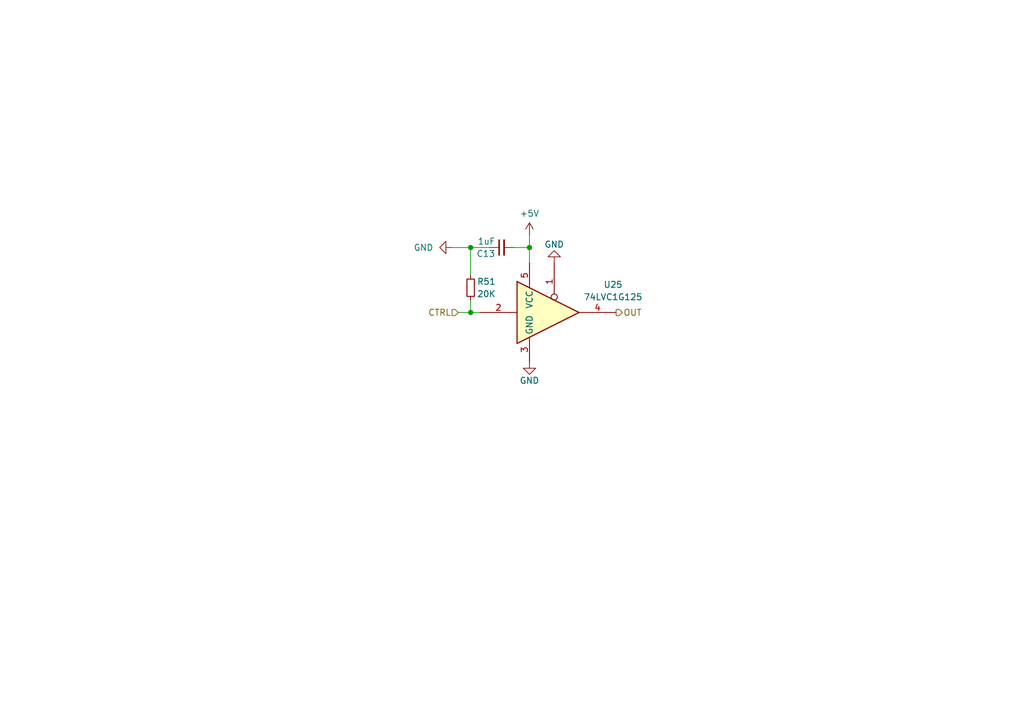
<source format=kicad_sch>
(kicad_sch (version 20230121) (generator eeschema)

  (uuid b8f2df43-cc14-4068-887c-2235b0061af1)

  (paper "A5")

  (lib_symbols
    (symbol "74xGxx:74LVC1G125" (in_bom yes) (on_board yes)
      (property "Reference" "U" (at -10.16 7.62 0)
        (effects (font (size 1.27 1.27)))
      )
      (property "Value" "74LVC1G125" (at 2.54 -7.62 0)
        (effects (font (size 1.27 1.27)))
      )
      (property "Footprint" "" (at 0 0 0)
        (effects (font (size 1.27 1.27)) hide)
      )
      (property "Datasheet" "https://www.ti.com/lit/ds/symlink/sn74lvc1g125.pdf" (at 0 0 0)
        (effects (font (size 1.27 1.27)) hide)
      )
      (property "ki_keywords" "Single Gate Buff Tri-State LVC CMOS" (at 0 0 0)
        (effects (font (size 1.27 1.27)) hide)
      )
      (property "ki_description" "Single Buffer Gate Tri-State, Low-Voltage CMOS" (at 0 0 0)
        (effects (font (size 1.27 1.27)) hide)
      )
      (property "ki_fp_filters" "SOT?23* Texas?R-PDSO-G5?DCK* Texas?R-PDSO-N5?DRL* Texas?X2SON*0.8x0.8mm*P0.48mm*" (at 0 0 0)
        (effects (font (size 1.27 1.27)) hide)
      )
      (symbol "74LVC1G125_0_1"
        (polyline
          (pts
            (xy -7.62 6.35)
            (xy -7.62 -6.35)
            (xy 5.08 0)
            (xy -7.62 6.35)
          )
          (stroke (width 0.254) (type default))
          (fill (type background))
        )
      )
      (symbol "74LVC1G125_1_1"
        (pin input inverted (at 0 10.16 270) (length 7.62)
          (name "~" (effects (font (size 1.27 1.27))))
          (number "1" (effects (font (size 1.27 1.27))))
        )
        (pin input line (at -15.24 0 0) (length 7.62)
          (name "~" (effects (font (size 1.27 1.27))))
          (number "2" (effects (font (size 1.27 1.27))))
        )
        (pin power_in line (at -5.08 -10.16 90) (length 5.08)
          (name "GND" (effects (font (size 1.27 1.27))))
          (number "3" (effects (font (size 1.27 1.27))))
        )
        (pin tri_state line (at 12.7 0 180) (length 7.62)
          (name "~" (effects (font (size 1.27 1.27))))
          (number "4" (effects (font (size 1.27 1.27))))
        )
        (pin power_in line (at -5.08 10.16 270) (length 5.08)
          (name "VCC" (effects (font (size 1.27 1.27))))
          (number "5" (effects (font (size 1.27 1.27))))
        )
      )
    )
    (symbol "Device:C_Small" (pin_numbers hide) (pin_names (offset 0.254) hide) (in_bom yes) (on_board yes)
      (property "Reference" "C" (at 0.254 1.778 0)
        (effects (font (size 1.27 1.27)) (justify left))
      )
      (property "Value" "C_Small" (at 0.254 -2.032 0)
        (effects (font (size 1.27 1.27)) (justify left))
      )
      (property "Footprint" "" (at 0 0 0)
        (effects (font (size 1.27 1.27)) hide)
      )
      (property "Datasheet" "~" (at 0 0 0)
        (effects (font (size 1.27 1.27)) hide)
      )
      (property "ki_keywords" "capacitor cap" (at 0 0 0)
        (effects (font (size 1.27 1.27)) hide)
      )
      (property "ki_description" "Unpolarized capacitor, small symbol" (at 0 0 0)
        (effects (font (size 1.27 1.27)) hide)
      )
      (property "ki_fp_filters" "C_*" (at 0 0 0)
        (effects (font (size 1.27 1.27)) hide)
      )
      (symbol "C_Small_0_1"
        (polyline
          (pts
            (xy -1.524 -0.508)
            (xy 1.524 -0.508)
          )
          (stroke (width 0.3302) (type default))
          (fill (type none))
        )
        (polyline
          (pts
            (xy -1.524 0.508)
            (xy 1.524 0.508)
          )
          (stroke (width 0.3048) (type default))
          (fill (type none))
        )
      )
      (symbol "C_Small_1_1"
        (pin passive line (at 0 2.54 270) (length 2.032)
          (name "~" (effects (font (size 1.27 1.27))))
          (number "1" (effects (font (size 1.27 1.27))))
        )
        (pin passive line (at 0 -2.54 90) (length 2.032)
          (name "~" (effects (font (size 1.27 1.27))))
          (number "2" (effects (font (size 1.27 1.27))))
        )
      )
    )
    (symbol "Device:R_Small" (pin_numbers hide) (pin_names (offset 0.254) hide) (in_bom yes) (on_board yes)
      (property "Reference" "R" (at 0.762 0.508 0)
        (effects (font (size 1.27 1.27)) (justify left))
      )
      (property "Value" "R_Small" (at 0.762 -1.016 0)
        (effects (font (size 1.27 1.27)) (justify left))
      )
      (property "Footprint" "" (at 0 0 0)
        (effects (font (size 1.27 1.27)) hide)
      )
      (property "Datasheet" "~" (at 0 0 0)
        (effects (font (size 1.27 1.27)) hide)
      )
      (property "ki_keywords" "R resistor" (at 0 0 0)
        (effects (font (size 1.27 1.27)) hide)
      )
      (property "ki_description" "Resistor, small symbol" (at 0 0 0)
        (effects (font (size 1.27 1.27)) hide)
      )
      (property "ki_fp_filters" "R_*" (at 0 0 0)
        (effects (font (size 1.27 1.27)) hide)
      )
      (symbol "R_Small_0_1"
        (rectangle (start -0.762 1.778) (end 0.762 -1.778)
          (stroke (width 0.2032) (type default))
          (fill (type none))
        )
      )
      (symbol "R_Small_1_1"
        (pin passive line (at 0 2.54 270) (length 0.762)
          (name "~" (effects (font (size 1.27 1.27))))
          (number "1" (effects (font (size 1.27 1.27))))
        )
        (pin passive line (at 0 -2.54 90) (length 0.762)
          (name "~" (effects (font (size 1.27 1.27))))
          (number "2" (effects (font (size 1.27 1.27))))
        )
      )
    )
    (symbol "power:+5V" (power) (pin_names (offset 0)) (in_bom yes) (on_board yes)
      (property "Reference" "#PWR" (at 0 -3.81 0)
        (effects (font (size 1.27 1.27)) hide)
      )
      (property "Value" "+5V" (at 0 3.556 0)
        (effects (font (size 1.27 1.27)))
      )
      (property "Footprint" "" (at 0 0 0)
        (effects (font (size 1.27 1.27)) hide)
      )
      (property "Datasheet" "" (at 0 0 0)
        (effects (font (size 1.27 1.27)) hide)
      )
      (property "ki_keywords" "global power" (at 0 0 0)
        (effects (font (size 1.27 1.27)) hide)
      )
      (property "ki_description" "Power symbol creates a global label with name \"+5V\"" (at 0 0 0)
        (effects (font (size 1.27 1.27)) hide)
      )
      (symbol "+5V_0_1"
        (polyline
          (pts
            (xy -0.762 1.27)
            (xy 0 2.54)
          )
          (stroke (width 0) (type default))
          (fill (type none))
        )
        (polyline
          (pts
            (xy 0 0)
            (xy 0 2.54)
          )
          (stroke (width 0) (type default))
          (fill (type none))
        )
        (polyline
          (pts
            (xy 0 2.54)
            (xy 0.762 1.27)
          )
          (stroke (width 0) (type default))
          (fill (type none))
        )
      )
      (symbol "+5V_1_1"
        (pin power_in line (at 0 0 90) (length 0) hide
          (name "+5V" (effects (font (size 1.27 1.27))))
          (number "1" (effects (font (size 1.27 1.27))))
        )
      )
    )
    (symbol "power:GND" (power) (pin_names (offset 0)) (in_bom yes) (on_board yes)
      (property "Reference" "#PWR" (at 0 -6.35 0)
        (effects (font (size 1.27 1.27)) hide)
      )
      (property "Value" "GND" (at 0 -3.81 0)
        (effects (font (size 1.27 1.27)))
      )
      (property "Footprint" "" (at 0 0 0)
        (effects (font (size 1.27 1.27)) hide)
      )
      (property "Datasheet" "" (at 0 0 0)
        (effects (font (size 1.27 1.27)) hide)
      )
      (property "ki_keywords" "global power" (at 0 0 0)
        (effects (font (size 1.27 1.27)) hide)
      )
      (property "ki_description" "Power symbol creates a global label with name \"GND\" , ground" (at 0 0 0)
        (effects (font (size 1.27 1.27)) hide)
      )
      (symbol "GND_0_1"
        (polyline
          (pts
            (xy 0 0)
            (xy 0 -1.27)
            (xy 1.27 -1.27)
            (xy 0 -2.54)
            (xy -1.27 -1.27)
            (xy 0 -1.27)
          )
          (stroke (width 0) (type default))
          (fill (type none))
        )
      )
      (symbol "GND_1_1"
        (pin power_in line (at 0 0 270) (length 0) hide
          (name "GND" (effects (font (size 1.27 1.27))))
          (number "1" (effects (font (size 1.27 1.27))))
        )
      )
    )
  )

  (junction (at 108.585 50.8) (diameter 0) (color 0 0 0 0)
    (uuid 1e844d0e-5ca4-45bc-9423-40714348b1f3)
  )
  (junction (at 96.52 50.8) (diameter 0) (color 0 0 0 0)
    (uuid 38c9829c-454f-4ee0-ae6f-44150075aba1)
  )
  (junction (at 96.52 64.135) (diameter 0) (color 0 0 0 0)
    (uuid fbebe7b5-fba4-42d7-aacb-f77377710d1a)
  )

  (wire (pts (xy 105.41 50.8) (xy 108.585 50.8))
    (stroke (width 0) (type default))
    (uuid 099ba855-c528-489e-9d1c-d1200dd78c7b)
  )
  (wire (pts (xy 108.585 48.26) (xy 108.585 50.8))
    (stroke (width 0) (type default))
    (uuid 1d09e6ce-899e-4581-9533-df4c71984a69)
  )
  (wire (pts (xy 96.52 61.595) (xy 96.52 64.135))
    (stroke (width 0) (type default))
    (uuid 1e864068-0e54-441e-a230-e693e34143e0)
  )
  (wire (pts (xy 96.52 64.135) (xy 98.425 64.135))
    (stroke (width 0) (type default))
    (uuid 7371e512-8aeb-41f4-b520-0f127ccc058c)
  )
  (wire (pts (xy 92.71 50.8) (xy 96.52 50.8))
    (stroke (width 0) (type default))
    (uuid 78cfd464-906e-4990-999c-fc89fe88228c)
  )
  (wire (pts (xy 96.52 50.8) (xy 96.52 56.515))
    (stroke (width 0) (type default))
    (uuid 7f7af26e-b7c0-457a-ae7e-6e102281d953)
  )
  (wire (pts (xy 108.585 50.8) (xy 108.585 53.975))
    (stroke (width 0) (type default))
    (uuid 9ab0054b-5ddf-4e82-935c-68d7c24277bc)
  )
  (wire (pts (xy 93.98 64.135) (xy 96.52 64.135))
    (stroke (width 0) (type default))
    (uuid f30c89b3-3494-4a43-a07a-d9a95ebe4ca2)
  )
  (wire (pts (xy 96.52 50.8) (xy 100.33 50.8))
    (stroke (width 0) (type default))
    (uuid fb67f0bc-7d9f-467b-a8d9-0e6fc4c477f7)
  )

  (hierarchical_label "CTRL" (shape input) (at 93.98 64.135 180) (fields_autoplaced)
    (effects (font (size 1.27 1.27)) (justify right))
    (uuid ded3ec3f-af68-426c-aedf-56bccf675b12)
  )
  (hierarchical_label "OUT" (shape output) (at 126.365 64.135 0) (fields_autoplaced)
    (effects (font (size 1.27 1.27)) (justify left))
    (uuid f82febf0-56c6-4e4c-83e5-f49f827d2f38)
  )

  (symbol (lib_id "74xGxx:74LVC1G125") (at 113.665 64.135 0) (unit 1)
    (in_bom yes) (on_board yes) (dnp no)
    (uuid 02ae87d5-4010-4e54-8da3-368436cb1344)
    (property "Reference" "U25" (at 125.73 58.42 0)
      (effects (font (size 1.27 1.27)))
    )
    (property "Value" "74LVC1G125" (at 125.73 60.96 0)
      (effects (font (size 1.27 1.27)))
    )
    (property "Footprint" "CustomFootprints:SC70-5" (at 113.665 64.135 0)
      (effects (font (size 1.27 1.27)) hide)
    )
    (property "Datasheet" "https://www.ti.com/lit/ds/symlink/sn74lvc1g125.pdf" (at 113.665 64.135 0)
      (effects (font (size 1.27 1.27)) hide)
    )
    (property "LCSC" "C7394030" (at 113.665 64.135 0)
      (effects (font (size 1.27 1.27)) hide)
    )
    (pin "3" (uuid 3c5690e5-ba71-4a13-8740-7222a7c1dad2))
    (pin "4" (uuid 40c7eed4-2d2d-454c-b0ef-311a152c5815))
    (pin "5" (uuid c3306cf5-b217-488b-883c-c9a42842bfd7))
    (pin "1" (uuid c84fc5cd-2584-4d68-ae7a-d585be088656))
    (pin "2" (uuid bd19d13a-d464-4775-81ff-eba1d76272d0))
    (instances
      (project "ecu-kicad-v0.4"
        (path "/36cc65d2-4dd3-4f51-bcce-4252e60c9ae8/786c8415-1305-4598-963d-843f7f154a96/c9de32bf-2057-480e-b155-8b8ac5365133"
          (reference "U25") (unit 1)
        )
      )
    )
  )

  (symbol (lib_id "Device:R_Small") (at 96.52 59.055 0) (unit 1)
    (in_bom yes) (on_board yes) (dnp no)
    (uuid 28577937-2684-44fa-94f9-4b18b6f8e7ba)
    (property "Reference" "R51" (at 97.79 57.785 0)
      (effects (font (size 1.27 1.27)) (justify left))
    )
    (property "Value" "20K" (at 97.79 60.325 0)
      (effects (font (size 1.27 1.27)) (justify left))
    )
    (property "Footprint" "" (at 96.52 59.055 0)
      (effects (font (size 1.27 1.27)) hide)
    )
    (property "Datasheet" "~" (at 96.52 59.055 0)
      (effects (font (size 1.27 1.27)) hide)
    )
    (property "LCSC" "C25765" (at 96.52 59.055 0)
      (effects (font (size 1.27 1.27)) hide)
    )
    (pin "1" (uuid ec7d780f-042e-4c30-a6c1-be43ac503d28))
    (pin "2" (uuid 9f560062-46e5-46ba-b418-d3b049954b64))
    (instances
      (project "ecu-kicad-v0.4"
        (path "/36cc65d2-4dd3-4f51-bcce-4252e60c9ae8/786c8415-1305-4598-963d-843f7f154a96/c9de32bf-2057-480e-b155-8b8ac5365133"
          (reference "R51") (unit 1)
        )
      )
    )
  )

  (symbol (lib_id "power:GND") (at 113.665 53.975 180) (unit 1)
    (in_bom yes) (on_board yes) (dnp no)
    (uuid 3ebebf67-0993-406c-919b-adcfff9b5099)
    (property "Reference" "#PWR085" (at 113.665 47.625 0)
      (effects (font (size 1.27 1.27)) hide)
    )
    (property "Value" "GND" (at 113.665 50.165 0)
      (effects (font (size 1.27 1.27)))
    )
    (property "Footprint" "" (at 113.665 53.975 0)
      (effects (font (size 1.27 1.27)) hide)
    )
    (property "Datasheet" "" (at 113.665 53.975 0)
      (effects (font (size 1.27 1.27)) hide)
    )
    (pin "1" (uuid 07a4da86-a7e0-41ce-977f-956f931cc6b1))
    (instances
      (project "ecu-kicad-v0.4"
        (path "/36cc65d2-4dd3-4f51-bcce-4252e60c9ae8/786c8415-1305-4598-963d-843f7f154a96/c9de32bf-2057-480e-b155-8b8ac5365133"
          (reference "#PWR085") (unit 1)
        )
      )
    )
  )

  (symbol (lib_id "power:GND") (at 108.585 74.295 0) (unit 1)
    (in_bom yes) (on_board yes) (dnp no)
    (uuid 4645de1e-8e18-45ff-b0b1-762f2a23b4d3)
    (property "Reference" "#PWR083" (at 108.585 80.645 0)
      (effects (font (size 1.27 1.27)) hide)
    )
    (property "Value" "GND" (at 108.585 78.105 0)
      (effects (font (size 1.27 1.27)))
    )
    (property "Footprint" "" (at 108.585 74.295 0)
      (effects (font (size 1.27 1.27)) hide)
    )
    (property "Datasheet" "" (at 108.585 74.295 0)
      (effects (font (size 1.27 1.27)) hide)
    )
    (pin "1" (uuid 9eeebd00-16bb-4ac9-b8a8-9943194274e9))
    (instances
      (project "ecu-kicad-v0.4"
        (path "/36cc65d2-4dd3-4f51-bcce-4252e60c9ae8/786c8415-1305-4598-963d-843f7f154a96/c9de32bf-2057-480e-b155-8b8ac5365133"
          (reference "#PWR083") (unit 1)
        )
      )
    )
  )

  (symbol (lib_id "power:+5V") (at 108.585 48.26 0) (unit 1)
    (in_bom yes) (on_board yes) (dnp no) (fields_autoplaced)
    (uuid 6673102e-2718-4fed-bd33-595a6c50dc05)
    (property "Reference" "#PWR084" (at 108.585 52.07 0)
      (effects (font (size 1.27 1.27)) hide)
    )
    (property "Value" "+5V" (at 108.585 43.815 0)
      (effects (font (size 1.27 1.27)))
    )
    (property "Footprint" "" (at 108.585 48.26 0)
      (effects (font (size 1.27 1.27)) hide)
    )
    (property "Datasheet" "" (at 108.585 48.26 0)
      (effects (font (size 1.27 1.27)) hide)
    )
    (pin "1" (uuid b71ef3be-029b-4b75-9fb6-0303273166d7))
    (instances
      (project "ecu-kicad-v0.4"
        (path "/36cc65d2-4dd3-4f51-bcce-4252e60c9ae8/786c8415-1305-4598-963d-843f7f154a96/c9de32bf-2057-480e-b155-8b8ac5365133"
          (reference "#PWR084") (unit 1)
        )
      )
    )
  )

  (symbol (lib_id "Device:C_Small") (at 102.87 50.8 90) (unit 1)
    (in_bom yes) (on_board yes) (dnp no)
    (uuid 8a134df4-8f26-4c5a-b744-e65d8e118d8e)
    (property "Reference" "C13" (at 101.6 52.07 90)
      (effects (font (size 1.27 1.27)) (justify left))
    )
    (property "Value" "1uF" (at 101.6 49.53 90)
      (effects (font (size 1.27 1.27)) (justify left))
    )
    (property "Footprint" "Capacitor_SMD:C_0402_1005Metric" (at 102.87 50.8 0)
      (effects (font (size 1.27 1.27)) hide)
    )
    (property "Datasheet" "~" (at 102.87 50.8 0)
      (effects (font (size 1.27 1.27)) hide)
    )
    (property "LCSC" "C52923" (at 102.87 50.8 90)
      (effects (font (size 1.27 1.27)) hide)
    )
    (pin "1" (uuid 0c0462aa-60eb-4f4c-b6f0-4c0621497906))
    (pin "2" (uuid 81779b19-98c2-44ab-930d-7a0cfcf3f266))
    (instances
      (project "ecu-kicad-v0.4"
        (path "/36cc65d2-4dd3-4f51-bcce-4252e60c9ae8/786c8415-1305-4598-963d-843f7f154a96/c9de32bf-2057-480e-b155-8b8ac5365133"
          (reference "C13") (unit 1)
        )
      )
    )
  )

  (symbol (lib_id "power:GND") (at 92.71 50.8 270) (unit 1)
    (in_bom yes) (on_board yes) (dnp no) (fields_autoplaced)
    (uuid d65d4983-1be6-4407-808d-898e51520268)
    (property "Reference" "#PWR082" (at 86.36 50.8 0)
      (effects (font (size 1.27 1.27)) hide)
    )
    (property "Value" "GND" (at 88.9 50.8 90)
      (effects (font (size 1.27 1.27)) (justify right))
    )
    (property "Footprint" "" (at 92.71 50.8 0)
      (effects (font (size 1.27 1.27)) hide)
    )
    (property "Datasheet" "" (at 92.71 50.8 0)
      (effects (font (size 1.27 1.27)) hide)
    )
    (pin "1" (uuid df81f6c5-7d2b-4640-af2d-7a0186bd99ca))
    (instances
      (project "ecu-kicad-v0.4"
        (path "/36cc65d2-4dd3-4f51-bcce-4252e60c9ae8/786c8415-1305-4598-963d-843f7f154a96/c9de32bf-2057-480e-b155-8b8ac5365133"
          (reference "#PWR082") (unit 1)
        )
      )
    )
  )
)

</source>
